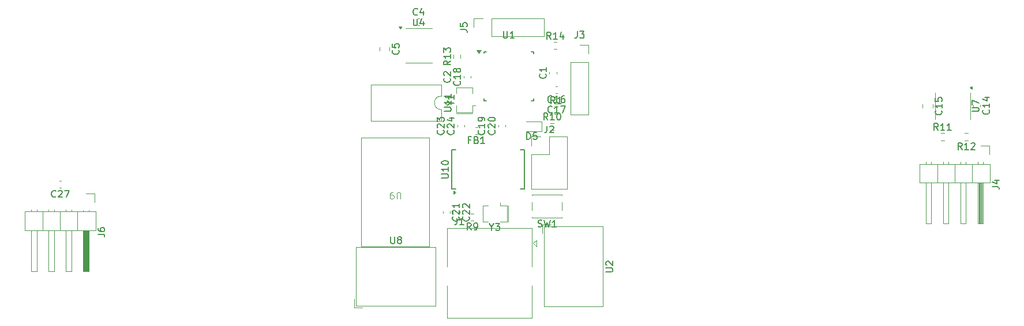
<source format=gto>
G04 #@! TF.GenerationSoftware,KiCad,Pcbnew,9.0.2*
G04 #@! TF.CreationDate,2025-11-17T19:55:37+09:00*
G04 #@! TF.ProjectId,PitoBoard2026,5069746f-426f-4617-9264-323032362e6b,rev?*
G04 #@! TF.SameCoordinates,Original*
G04 #@! TF.FileFunction,Legend,Top*
G04 #@! TF.FilePolarity,Positive*
%FSLAX46Y46*%
G04 Gerber Fmt 4.6, Leading zero omitted, Abs format (unit mm)*
G04 Created by KiCad (PCBNEW 9.0.2) date 2025-11-17 19:55:37*
%MOMM*%
%LPD*%
G01*
G04 APERTURE LIST*
%ADD10C,0.150000*%
%ADD11C,0.100000*%
%ADD12C,0.120000*%
G04 APERTURE END LIST*
D10*
X136439580Y-43566666D02*
X136487200Y-43614285D01*
X136487200Y-43614285D02*
X136534819Y-43757142D01*
X136534819Y-43757142D02*
X136534819Y-43852380D01*
X136534819Y-43852380D02*
X136487200Y-43995237D01*
X136487200Y-43995237D02*
X136391961Y-44090475D01*
X136391961Y-44090475D02*
X136296723Y-44138094D01*
X136296723Y-44138094D02*
X136106247Y-44185713D01*
X136106247Y-44185713D02*
X135963390Y-44185713D01*
X135963390Y-44185713D02*
X135772914Y-44138094D01*
X135772914Y-44138094D02*
X135677676Y-44090475D01*
X135677676Y-44090475D02*
X135582438Y-43995237D01*
X135582438Y-43995237D02*
X135534819Y-43852380D01*
X135534819Y-43852380D02*
X135534819Y-43757142D01*
X135534819Y-43757142D02*
X135582438Y-43614285D01*
X135582438Y-43614285D02*
X135630057Y-43566666D01*
X135534819Y-42661904D02*
X135534819Y-43138094D01*
X135534819Y-43138094D02*
X136011009Y-43185713D01*
X136011009Y-43185713D02*
X135963390Y-43138094D01*
X135963390Y-43138094D02*
X135915771Y-43042856D01*
X135915771Y-43042856D02*
X135915771Y-42804761D01*
X135915771Y-42804761D02*
X135963390Y-42709523D01*
X135963390Y-42709523D02*
X136011009Y-42661904D01*
X136011009Y-42661904D02*
X136106247Y-42614285D01*
X136106247Y-42614285D02*
X136344342Y-42614285D01*
X136344342Y-42614285D02*
X136439580Y-42661904D01*
X136439580Y-42661904D02*
X136487200Y-42709523D01*
X136487200Y-42709523D02*
X136534819Y-42804761D01*
X136534819Y-42804761D02*
X136534819Y-43042856D01*
X136534819Y-43042856D02*
X136487200Y-43138094D01*
X136487200Y-43138094D02*
X136439580Y-43185713D01*
X150123809Y-69578628D02*
X150123809Y-70054819D01*
X149790476Y-69054819D02*
X150123809Y-69578628D01*
X150123809Y-69578628D02*
X150457142Y-69054819D01*
X150695238Y-69054819D02*
X151314285Y-69054819D01*
X151314285Y-69054819D02*
X150980952Y-69435771D01*
X150980952Y-69435771D02*
X151123809Y-69435771D01*
X151123809Y-69435771D02*
X151219047Y-69483390D01*
X151219047Y-69483390D02*
X151266666Y-69531009D01*
X151266666Y-69531009D02*
X151314285Y-69626247D01*
X151314285Y-69626247D02*
X151314285Y-69864342D01*
X151314285Y-69864342D02*
X151266666Y-69959580D01*
X151266666Y-69959580D02*
X151219047Y-70007200D01*
X151219047Y-70007200D02*
X151123809Y-70054819D01*
X151123809Y-70054819D02*
X150838095Y-70054819D01*
X150838095Y-70054819D02*
X150742857Y-70007200D01*
X150742857Y-70007200D02*
X150695238Y-69959580D01*
X166907319Y-76154904D02*
X167716842Y-76154904D01*
X167716842Y-76154904D02*
X167812080Y-76107285D01*
X167812080Y-76107285D02*
X167859700Y-76059666D01*
X167859700Y-76059666D02*
X167907319Y-75964428D01*
X167907319Y-75964428D02*
X167907319Y-75773952D01*
X167907319Y-75773952D02*
X167859700Y-75678714D01*
X167859700Y-75678714D02*
X167812080Y-75631095D01*
X167812080Y-75631095D02*
X167716842Y-75583476D01*
X167716842Y-75583476D02*
X166907319Y-75583476D01*
X167002557Y-75154904D02*
X166954938Y-75107285D01*
X166954938Y-75107285D02*
X166907319Y-75012047D01*
X166907319Y-75012047D02*
X166907319Y-74773952D01*
X166907319Y-74773952D02*
X166954938Y-74678714D01*
X166954938Y-74678714D02*
X167002557Y-74631095D01*
X167002557Y-74631095D02*
X167097795Y-74583476D01*
X167097795Y-74583476D02*
X167193033Y-74583476D01*
X167193033Y-74583476D02*
X167335890Y-74631095D01*
X167335890Y-74631095D02*
X167907319Y-75202523D01*
X167907319Y-75202523D02*
X167907319Y-74583476D01*
X143979580Y-47666666D02*
X144027200Y-47714285D01*
X144027200Y-47714285D02*
X144074819Y-47857142D01*
X144074819Y-47857142D02*
X144074819Y-47952380D01*
X144074819Y-47952380D02*
X144027200Y-48095237D01*
X144027200Y-48095237D02*
X143931961Y-48190475D01*
X143931961Y-48190475D02*
X143836723Y-48238094D01*
X143836723Y-48238094D02*
X143646247Y-48285713D01*
X143646247Y-48285713D02*
X143503390Y-48285713D01*
X143503390Y-48285713D02*
X143312914Y-48238094D01*
X143312914Y-48238094D02*
X143217676Y-48190475D01*
X143217676Y-48190475D02*
X143122438Y-48095237D01*
X143122438Y-48095237D02*
X143074819Y-47952380D01*
X143074819Y-47952380D02*
X143074819Y-47857142D01*
X143074819Y-47857142D02*
X143122438Y-47714285D01*
X143122438Y-47714285D02*
X143170057Y-47666666D01*
X143170057Y-47285713D02*
X143122438Y-47238094D01*
X143122438Y-47238094D02*
X143074819Y-47142856D01*
X143074819Y-47142856D02*
X143074819Y-46904761D01*
X143074819Y-46904761D02*
X143122438Y-46809523D01*
X143122438Y-46809523D02*
X143170057Y-46761904D01*
X143170057Y-46761904D02*
X143265295Y-46714285D01*
X143265295Y-46714285D02*
X143360533Y-46714285D01*
X143360533Y-46714285D02*
X143503390Y-46761904D01*
X143503390Y-46761904D02*
X144074819Y-47333332D01*
X144074819Y-47333332D02*
X144074819Y-46714285D01*
X220654819Y-52561904D02*
X221464342Y-52561904D01*
X221464342Y-52561904D02*
X221559580Y-52514285D01*
X221559580Y-52514285D02*
X221607200Y-52466666D01*
X221607200Y-52466666D02*
X221654819Y-52371428D01*
X221654819Y-52371428D02*
X221654819Y-52180952D01*
X221654819Y-52180952D02*
X221607200Y-52085714D01*
X221607200Y-52085714D02*
X221559580Y-52038095D01*
X221559580Y-52038095D02*
X221464342Y-51990476D01*
X221464342Y-51990476D02*
X220654819Y-51990476D01*
X220654819Y-51609523D02*
X220654819Y-50942857D01*
X220654819Y-50942857D02*
X221654819Y-51371428D01*
X158982142Y-52689580D02*
X158934523Y-52737200D01*
X158934523Y-52737200D02*
X158791666Y-52784819D01*
X158791666Y-52784819D02*
X158696428Y-52784819D01*
X158696428Y-52784819D02*
X158553571Y-52737200D01*
X158553571Y-52737200D02*
X158458333Y-52641961D01*
X158458333Y-52641961D02*
X158410714Y-52546723D01*
X158410714Y-52546723D02*
X158363095Y-52356247D01*
X158363095Y-52356247D02*
X158363095Y-52213390D01*
X158363095Y-52213390D02*
X158410714Y-52022914D01*
X158410714Y-52022914D02*
X158458333Y-51927676D01*
X158458333Y-51927676D02*
X158553571Y-51832438D01*
X158553571Y-51832438D02*
X158696428Y-51784819D01*
X158696428Y-51784819D02*
X158791666Y-51784819D01*
X158791666Y-51784819D02*
X158934523Y-51832438D01*
X158934523Y-51832438D02*
X158982142Y-51880057D01*
X159934523Y-52784819D02*
X159363095Y-52784819D01*
X159648809Y-52784819D02*
X159648809Y-51784819D01*
X159648809Y-51784819D02*
X159553571Y-51927676D01*
X159553571Y-51927676D02*
X159458333Y-52022914D01*
X159458333Y-52022914D02*
X159363095Y-52070533D01*
X160267857Y-51784819D02*
X160934523Y-51784819D01*
X160934523Y-51784819D02*
X160505952Y-52784819D01*
X223624819Y-63618333D02*
X224339104Y-63618333D01*
X224339104Y-63618333D02*
X224481961Y-63665952D01*
X224481961Y-63665952D02*
X224577200Y-63761190D01*
X224577200Y-63761190D02*
X224624819Y-63904047D01*
X224624819Y-63904047D02*
X224624819Y-63999285D01*
X223958152Y-62713571D02*
X224624819Y-62713571D01*
X223577200Y-62951666D02*
X224291485Y-63189761D01*
X224291485Y-63189761D02*
X224291485Y-62570714D01*
D11*
X136761904Y-65442580D02*
X136761904Y-64633057D01*
X136761904Y-64633057D02*
X136714285Y-64537819D01*
X136714285Y-64537819D02*
X136666666Y-64490200D01*
X136666666Y-64490200D02*
X136571428Y-64442580D01*
X136571428Y-64442580D02*
X136380952Y-64442580D01*
X136380952Y-64442580D02*
X136285714Y-64490200D01*
X136285714Y-64490200D02*
X136238095Y-64537819D01*
X136238095Y-64537819D02*
X136190476Y-64633057D01*
X136190476Y-64633057D02*
X136190476Y-65442580D01*
X135666666Y-64442580D02*
X135476190Y-64442580D01*
X135476190Y-64442580D02*
X135380952Y-64490200D01*
X135380952Y-64490200D02*
X135333333Y-64537819D01*
X135333333Y-64537819D02*
X135238095Y-64680676D01*
X135238095Y-64680676D02*
X135190476Y-64871152D01*
X135190476Y-64871152D02*
X135190476Y-65252104D01*
X135190476Y-65252104D02*
X135238095Y-65347342D01*
X135238095Y-65347342D02*
X135285714Y-65394961D01*
X135285714Y-65394961D02*
X135380952Y-65442580D01*
X135380952Y-65442580D02*
X135571428Y-65442580D01*
X135571428Y-65442580D02*
X135666666Y-65394961D01*
X135666666Y-65394961D02*
X135714285Y-65347342D01*
X135714285Y-65347342D02*
X135761904Y-65252104D01*
X135761904Y-65252104D02*
X135761904Y-65014009D01*
X135761904Y-65014009D02*
X135714285Y-64918771D01*
X135714285Y-64918771D02*
X135666666Y-64871152D01*
X135666666Y-64871152D02*
X135571428Y-64823533D01*
X135571428Y-64823533D02*
X135380952Y-64823533D01*
X135380952Y-64823533D02*
X135285714Y-64871152D01*
X135285714Y-64871152D02*
X135238095Y-64918771D01*
X135238095Y-64918771D02*
X135190476Y-65014009D01*
D10*
X145031666Y-68239819D02*
X145031666Y-68954104D01*
X145031666Y-68954104D02*
X144984047Y-69096961D01*
X144984047Y-69096961D02*
X144888809Y-69192200D01*
X144888809Y-69192200D02*
X144745952Y-69239819D01*
X144745952Y-69239819D02*
X144650714Y-69239819D01*
X146031666Y-69239819D02*
X145460238Y-69239819D01*
X145745952Y-69239819D02*
X145745952Y-68239819D01*
X145745952Y-68239819D02*
X145650714Y-68382676D01*
X145650714Y-68382676D02*
X145555476Y-68477914D01*
X145555476Y-68477914D02*
X145460238Y-68525533D01*
X159433333Y-51424819D02*
X159100000Y-50948628D01*
X158861905Y-51424819D02*
X158861905Y-50424819D01*
X158861905Y-50424819D02*
X159242857Y-50424819D01*
X159242857Y-50424819D02*
X159338095Y-50472438D01*
X159338095Y-50472438D02*
X159385714Y-50520057D01*
X159385714Y-50520057D02*
X159433333Y-50615295D01*
X159433333Y-50615295D02*
X159433333Y-50758152D01*
X159433333Y-50758152D02*
X159385714Y-50853390D01*
X159385714Y-50853390D02*
X159338095Y-50901009D01*
X159338095Y-50901009D02*
X159242857Y-50948628D01*
X159242857Y-50948628D02*
X158861905Y-50948628D01*
X160385714Y-51424819D02*
X159814286Y-51424819D01*
X160100000Y-51424819D02*
X160100000Y-50424819D01*
X160100000Y-50424819D02*
X160004762Y-50567676D01*
X160004762Y-50567676D02*
X159909524Y-50662914D01*
X159909524Y-50662914D02*
X159814286Y-50710533D01*
X150529580Y-55342857D02*
X150577200Y-55390476D01*
X150577200Y-55390476D02*
X150624819Y-55533333D01*
X150624819Y-55533333D02*
X150624819Y-55628571D01*
X150624819Y-55628571D02*
X150577200Y-55771428D01*
X150577200Y-55771428D02*
X150481961Y-55866666D01*
X150481961Y-55866666D02*
X150386723Y-55914285D01*
X150386723Y-55914285D02*
X150196247Y-55961904D01*
X150196247Y-55961904D02*
X150053390Y-55961904D01*
X150053390Y-55961904D02*
X149862914Y-55914285D01*
X149862914Y-55914285D02*
X149767676Y-55866666D01*
X149767676Y-55866666D02*
X149672438Y-55771428D01*
X149672438Y-55771428D02*
X149624819Y-55628571D01*
X149624819Y-55628571D02*
X149624819Y-55533333D01*
X149624819Y-55533333D02*
X149672438Y-55390476D01*
X149672438Y-55390476D02*
X149720057Y-55342857D01*
X149720057Y-54961904D02*
X149672438Y-54914285D01*
X149672438Y-54914285D02*
X149624819Y-54819047D01*
X149624819Y-54819047D02*
X149624819Y-54580952D01*
X149624819Y-54580952D02*
X149672438Y-54485714D01*
X149672438Y-54485714D02*
X149720057Y-54438095D01*
X149720057Y-54438095D02*
X149815295Y-54390476D01*
X149815295Y-54390476D02*
X149910533Y-54390476D01*
X149910533Y-54390476D02*
X150053390Y-54438095D01*
X150053390Y-54438095D02*
X150624819Y-55009523D01*
X150624819Y-55009523D02*
X150624819Y-54390476D01*
X149624819Y-53771428D02*
X149624819Y-53676190D01*
X149624819Y-53676190D02*
X149672438Y-53580952D01*
X149672438Y-53580952D02*
X149720057Y-53533333D01*
X149720057Y-53533333D02*
X149815295Y-53485714D01*
X149815295Y-53485714D02*
X150005771Y-53438095D01*
X150005771Y-53438095D02*
X150243866Y-53438095D01*
X150243866Y-53438095D02*
X150434342Y-53485714D01*
X150434342Y-53485714D02*
X150529580Y-53533333D01*
X150529580Y-53533333D02*
X150577200Y-53580952D01*
X150577200Y-53580952D02*
X150624819Y-53676190D01*
X150624819Y-53676190D02*
X150624819Y-53771428D01*
X150624819Y-53771428D02*
X150577200Y-53866666D01*
X150577200Y-53866666D02*
X150529580Y-53914285D01*
X150529580Y-53914285D02*
X150434342Y-53961904D01*
X150434342Y-53961904D02*
X150243866Y-54009523D01*
X150243866Y-54009523D02*
X150005771Y-54009523D01*
X150005771Y-54009523D02*
X149815295Y-53961904D01*
X149815295Y-53961904D02*
X149720057Y-53914285D01*
X149720057Y-53914285D02*
X149672438Y-53866666D01*
X149672438Y-53866666D02*
X149624819Y-53771428D01*
X149029580Y-55342857D02*
X149077200Y-55390476D01*
X149077200Y-55390476D02*
X149124819Y-55533333D01*
X149124819Y-55533333D02*
X149124819Y-55628571D01*
X149124819Y-55628571D02*
X149077200Y-55771428D01*
X149077200Y-55771428D02*
X148981961Y-55866666D01*
X148981961Y-55866666D02*
X148886723Y-55914285D01*
X148886723Y-55914285D02*
X148696247Y-55961904D01*
X148696247Y-55961904D02*
X148553390Y-55961904D01*
X148553390Y-55961904D02*
X148362914Y-55914285D01*
X148362914Y-55914285D02*
X148267676Y-55866666D01*
X148267676Y-55866666D02*
X148172438Y-55771428D01*
X148172438Y-55771428D02*
X148124819Y-55628571D01*
X148124819Y-55628571D02*
X148124819Y-55533333D01*
X148124819Y-55533333D02*
X148172438Y-55390476D01*
X148172438Y-55390476D02*
X148220057Y-55342857D01*
X149124819Y-54390476D02*
X149124819Y-54961904D01*
X149124819Y-54676190D02*
X148124819Y-54676190D01*
X148124819Y-54676190D02*
X148267676Y-54771428D01*
X148267676Y-54771428D02*
X148362914Y-54866666D01*
X148362914Y-54866666D02*
X148410533Y-54961904D01*
X149124819Y-53914285D02*
X149124819Y-53723809D01*
X149124819Y-53723809D02*
X149077200Y-53628571D01*
X149077200Y-53628571D02*
X149029580Y-53580952D01*
X149029580Y-53580952D02*
X148886723Y-53485714D01*
X148886723Y-53485714D02*
X148696247Y-53438095D01*
X148696247Y-53438095D02*
X148315295Y-53438095D01*
X148315295Y-53438095D02*
X148220057Y-53485714D01*
X148220057Y-53485714D02*
X148172438Y-53533333D01*
X148172438Y-53533333D02*
X148124819Y-53628571D01*
X148124819Y-53628571D02*
X148124819Y-53819047D01*
X148124819Y-53819047D02*
X148172438Y-53914285D01*
X148172438Y-53914285D02*
X148220057Y-53961904D01*
X148220057Y-53961904D02*
X148315295Y-54009523D01*
X148315295Y-54009523D02*
X148553390Y-54009523D01*
X148553390Y-54009523D02*
X148648628Y-53961904D01*
X148648628Y-53961904D02*
X148696247Y-53914285D01*
X148696247Y-53914285D02*
X148743866Y-53819047D01*
X148743866Y-53819047D02*
X148743866Y-53628571D01*
X148743866Y-53628571D02*
X148696247Y-53533333D01*
X148696247Y-53533333D02*
X148648628Y-53485714D01*
X148648628Y-53485714D02*
X148553390Y-53438095D01*
X155261905Y-56684819D02*
X155261905Y-55684819D01*
X155261905Y-55684819D02*
X155500000Y-55684819D01*
X155500000Y-55684819D02*
X155642857Y-55732438D01*
X155642857Y-55732438D02*
X155738095Y-55827676D01*
X155738095Y-55827676D02*
X155785714Y-55922914D01*
X155785714Y-55922914D02*
X155833333Y-56113390D01*
X155833333Y-56113390D02*
X155833333Y-56256247D01*
X155833333Y-56256247D02*
X155785714Y-56446723D01*
X155785714Y-56446723D02*
X155738095Y-56541961D01*
X155738095Y-56541961D02*
X155642857Y-56637200D01*
X155642857Y-56637200D02*
X155500000Y-56684819D01*
X155500000Y-56684819D02*
X155261905Y-56684819D01*
X156738095Y-55684819D02*
X156261905Y-55684819D01*
X156261905Y-55684819D02*
X156214286Y-56161009D01*
X156214286Y-56161009D02*
X156261905Y-56113390D01*
X156261905Y-56113390D02*
X156357143Y-56065771D01*
X156357143Y-56065771D02*
X156595238Y-56065771D01*
X156595238Y-56065771D02*
X156690476Y-56113390D01*
X156690476Y-56113390D02*
X156738095Y-56161009D01*
X156738095Y-56161009D02*
X156785714Y-56256247D01*
X156785714Y-56256247D02*
X156785714Y-56494342D01*
X156785714Y-56494342D02*
X156738095Y-56589580D01*
X156738095Y-56589580D02*
X156690476Y-56637200D01*
X156690476Y-56637200D02*
X156595238Y-56684819D01*
X156595238Y-56684819D02*
X156357143Y-56684819D01*
X156357143Y-56684819D02*
X156261905Y-56637200D01*
X156261905Y-56637200D02*
X156214286Y-56589580D01*
X142779819Y-62338094D02*
X143589342Y-62338094D01*
X143589342Y-62338094D02*
X143684580Y-62290475D01*
X143684580Y-62290475D02*
X143732200Y-62242856D01*
X143732200Y-62242856D02*
X143779819Y-62147618D01*
X143779819Y-62147618D02*
X143779819Y-61957142D01*
X143779819Y-61957142D02*
X143732200Y-61861904D01*
X143732200Y-61861904D02*
X143684580Y-61814285D01*
X143684580Y-61814285D02*
X143589342Y-61766666D01*
X143589342Y-61766666D02*
X142779819Y-61766666D01*
X143779819Y-60766666D02*
X143779819Y-61338094D01*
X143779819Y-61052380D02*
X142779819Y-61052380D01*
X142779819Y-61052380D02*
X142922676Y-61147618D01*
X142922676Y-61147618D02*
X143017914Y-61242856D01*
X143017914Y-61242856D02*
X143065533Y-61338094D01*
X142779819Y-60147618D02*
X142779819Y-60052380D01*
X142779819Y-60052380D02*
X142827438Y-59957142D01*
X142827438Y-59957142D02*
X142875057Y-59909523D01*
X142875057Y-59909523D02*
X142970295Y-59861904D01*
X142970295Y-59861904D02*
X143160771Y-59814285D01*
X143160771Y-59814285D02*
X143398866Y-59814285D01*
X143398866Y-59814285D02*
X143589342Y-59861904D01*
X143589342Y-59861904D02*
X143684580Y-59909523D01*
X143684580Y-59909523D02*
X143732200Y-59957142D01*
X143732200Y-59957142D02*
X143779819Y-60052380D01*
X143779819Y-60052380D02*
X143779819Y-60147618D01*
X143779819Y-60147618D02*
X143732200Y-60242856D01*
X143732200Y-60242856D02*
X143684580Y-60290475D01*
X143684580Y-60290475D02*
X143589342Y-60338094D01*
X143589342Y-60338094D02*
X143398866Y-60385713D01*
X143398866Y-60385713D02*
X143160771Y-60385713D01*
X143160771Y-60385713D02*
X142970295Y-60338094D01*
X142970295Y-60338094D02*
X142875057Y-60290475D01*
X142875057Y-60290475D02*
X142827438Y-60242856D01*
X142827438Y-60242856D02*
X142779819Y-60147618D01*
X147108333Y-69984819D02*
X146775000Y-69508628D01*
X146536905Y-69984819D02*
X146536905Y-68984819D01*
X146536905Y-68984819D02*
X146917857Y-68984819D01*
X146917857Y-68984819D02*
X147013095Y-69032438D01*
X147013095Y-69032438D02*
X147060714Y-69080057D01*
X147060714Y-69080057D02*
X147108333Y-69175295D01*
X147108333Y-69175295D02*
X147108333Y-69318152D01*
X147108333Y-69318152D02*
X147060714Y-69413390D01*
X147060714Y-69413390D02*
X147013095Y-69461009D01*
X147013095Y-69461009D02*
X146917857Y-69508628D01*
X146917857Y-69508628D02*
X146536905Y-69508628D01*
X147584524Y-69984819D02*
X147775000Y-69984819D01*
X147775000Y-69984819D02*
X147870238Y-69937200D01*
X147870238Y-69937200D02*
X147917857Y-69889580D01*
X147917857Y-69889580D02*
X148013095Y-69746723D01*
X148013095Y-69746723D02*
X148060714Y-69556247D01*
X148060714Y-69556247D02*
X148060714Y-69175295D01*
X148060714Y-69175295D02*
X148013095Y-69080057D01*
X148013095Y-69080057D02*
X147965476Y-69032438D01*
X147965476Y-69032438D02*
X147870238Y-68984819D01*
X147870238Y-68984819D02*
X147679762Y-68984819D01*
X147679762Y-68984819D02*
X147584524Y-69032438D01*
X147584524Y-69032438D02*
X147536905Y-69080057D01*
X147536905Y-69080057D02*
X147489286Y-69175295D01*
X147489286Y-69175295D02*
X147489286Y-69413390D01*
X147489286Y-69413390D02*
X147536905Y-69508628D01*
X147536905Y-69508628D02*
X147584524Y-69556247D01*
X147584524Y-69556247D02*
X147679762Y-69603866D01*
X147679762Y-69603866D02*
X147870238Y-69603866D01*
X147870238Y-69603866D02*
X147965476Y-69556247D01*
X147965476Y-69556247D02*
X148013095Y-69508628D01*
X148013095Y-69508628D02*
X148060714Y-69413390D01*
X223089580Y-52342857D02*
X223137200Y-52390476D01*
X223137200Y-52390476D02*
X223184819Y-52533333D01*
X223184819Y-52533333D02*
X223184819Y-52628571D01*
X223184819Y-52628571D02*
X223137200Y-52771428D01*
X223137200Y-52771428D02*
X223041961Y-52866666D01*
X223041961Y-52866666D02*
X222946723Y-52914285D01*
X222946723Y-52914285D02*
X222756247Y-52961904D01*
X222756247Y-52961904D02*
X222613390Y-52961904D01*
X222613390Y-52961904D02*
X222422914Y-52914285D01*
X222422914Y-52914285D02*
X222327676Y-52866666D01*
X222327676Y-52866666D02*
X222232438Y-52771428D01*
X222232438Y-52771428D02*
X222184819Y-52628571D01*
X222184819Y-52628571D02*
X222184819Y-52533333D01*
X222184819Y-52533333D02*
X222232438Y-52390476D01*
X222232438Y-52390476D02*
X222280057Y-52342857D01*
X223184819Y-51390476D02*
X223184819Y-51961904D01*
X223184819Y-51676190D02*
X222184819Y-51676190D01*
X222184819Y-51676190D02*
X222327676Y-51771428D01*
X222327676Y-51771428D02*
X222422914Y-51866666D01*
X222422914Y-51866666D02*
X222470533Y-51961904D01*
X222518152Y-50533333D02*
X223184819Y-50533333D01*
X222137200Y-50771428D02*
X222851485Y-51009523D01*
X222851485Y-51009523D02*
X222851485Y-50390476D01*
X215657142Y-55324819D02*
X215323809Y-54848628D01*
X215085714Y-55324819D02*
X215085714Y-54324819D01*
X215085714Y-54324819D02*
X215466666Y-54324819D01*
X215466666Y-54324819D02*
X215561904Y-54372438D01*
X215561904Y-54372438D02*
X215609523Y-54420057D01*
X215609523Y-54420057D02*
X215657142Y-54515295D01*
X215657142Y-54515295D02*
X215657142Y-54658152D01*
X215657142Y-54658152D02*
X215609523Y-54753390D01*
X215609523Y-54753390D02*
X215561904Y-54801009D01*
X215561904Y-54801009D02*
X215466666Y-54848628D01*
X215466666Y-54848628D02*
X215085714Y-54848628D01*
X216609523Y-55324819D02*
X216038095Y-55324819D01*
X216323809Y-55324819D02*
X216323809Y-54324819D01*
X216323809Y-54324819D02*
X216228571Y-54467676D01*
X216228571Y-54467676D02*
X216133333Y-54562914D01*
X216133333Y-54562914D02*
X216038095Y-54610533D01*
X217561904Y-55324819D02*
X216990476Y-55324819D01*
X217276190Y-55324819D02*
X217276190Y-54324819D01*
X217276190Y-54324819D02*
X217180952Y-54467676D01*
X217180952Y-54467676D02*
X217085714Y-54562914D01*
X217085714Y-54562914D02*
X216990476Y-54610533D01*
X158054580Y-47066666D02*
X158102200Y-47114285D01*
X158102200Y-47114285D02*
X158149819Y-47257142D01*
X158149819Y-47257142D02*
X158149819Y-47352380D01*
X158149819Y-47352380D02*
X158102200Y-47495237D01*
X158102200Y-47495237D02*
X158006961Y-47590475D01*
X158006961Y-47590475D02*
X157911723Y-47638094D01*
X157911723Y-47638094D02*
X157721247Y-47685713D01*
X157721247Y-47685713D02*
X157578390Y-47685713D01*
X157578390Y-47685713D02*
X157387914Y-47638094D01*
X157387914Y-47638094D02*
X157292676Y-47590475D01*
X157292676Y-47590475D02*
X157197438Y-47495237D01*
X157197438Y-47495237D02*
X157149819Y-47352380D01*
X157149819Y-47352380D02*
X157149819Y-47257142D01*
X157149819Y-47257142D02*
X157197438Y-47114285D01*
X157197438Y-47114285D02*
X157245057Y-47066666D01*
X158149819Y-46114285D02*
X158149819Y-46685713D01*
X158149819Y-46399999D02*
X157149819Y-46399999D01*
X157149819Y-46399999D02*
X157292676Y-46495237D01*
X157292676Y-46495237D02*
X157387914Y-46590475D01*
X157387914Y-46590475D02*
X157435533Y-46685713D01*
X86157142Y-65089580D02*
X86109523Y-65137200D01*
X86109523Y-65137200D02*
X85966666Y-65184819D01*
X85966666Y-65184819D02*
X85871428Y-65184819D01*
X85871428Y-65184819D02*
X85728571Y-65137200D01*
X85728571Y-65137200D02*
X85633333Y-65041961D01*
X85633333Y-65041961D02*
X85585714Y-64946723D01*
X85585714Y-64946723D02*
X85538095Y-64756247D01*
X85538095Y-64756247D02*
X85538095Y-64613390D01*
X85538095Y-64613390D02*
X85585714Y-64422914D01*
X85585714Y-64422914D02*
X85633333Y-64327676D01*
X85633333Y-64327676D02*
X85728571Y-64232438D01*
X85728571Y-64232438D02*
X85871428Y-64184819D01*
X85871428Y-64184819D02*
X85966666Y-64184819D01*
X85966666Y-64184819D02*
X86109523Y-64232438D01*
X86109523Y-64232438D02*
X86157142Y-64280057D01*
X86538095Y-64280057D02*
X86585714Y-64232438D01*
X86585714Y-64232438D02*
X86680952Y-64184819D01*
X86680952Y-64184819D02*
X86919047Y-64184819D01*
X86919047Y-64184819D02*
X87014285Y-64232438D01*
X87014285Y-64232438D02*
X87061904Y-64280057D01*
X87061904Y-64280057D02*
X87109523Y-64375295D01*
X87109523Y-64375295D02*
X87109523Y-64470533D01*
X87109523Y-64470533D02*
X87061904Y-64613390D01*
X87061904Y-64613390D02*
X86490476Y-65184819D01*
X86490476Y-65184819D02*
X87109523Y-65184819D01*
X87442857Y-64184819D02*
X88109523Y-64184819D01*
X88109523Y-64184819D02*
X87680952Y-65184819D01*
X145264580Y-68042857D02*
X145312200Y-68090476D01*
X145312200Y-68090476D02*
X145359819Y-68233333D01*
X145359819Y-68233333D02*
X145359819Y-68328571D01*
X145359819Y-68328571D02*
X145312200Y-68471428D01*
X145312200Y-68471428D02*
X145216961Y-68566666D01*
X145216961Y-68566666D02*
X145121723Y-68614285D01*
X145121723Y-68614285D02*
X144931247Y-68661904D01*
X144931247Y-68661904D02*
X144788390Y-68661904D01*
X144788390Y-68661904D02*
X144597914Y-68614285D01*
X144597914Y-68614285D02*
X144502676Y-68566666D01*
X144502676Y-68566666D02*
X144407438Y-68471428D01*
X144407438Y-68471428D02*
X144359819Y-68328571D01*
X144359819Y-68328571D02*
X144359819Y-68233333D01*
X144359819Y-68233333D02*
X144407438Y-68090476D01*
X144407438Y-68090476D02*
X144455057Y-68042857D01*
X144455057Y-67661904D02*
X144407438Y-67614285D01*
X144407438Y-67614285D02*
X144359819Y-67519047D01*
X144359819Y-67519047D02*
X144359819Y-67280952D01*
X144359819Y-67280952D02*
X144407438Y-67185714D01*
X144407438Y-67185714D02*
X144455057Y-67138095D01*
X144455057Y-67138095D02*
X144550295Y-67090476D01*
X144550295Y-67090476D02*
X144645533Y-67090476D01*
X144645533Y-67090476D02*
X144788390Y-67138095D01*
X144788390Y-67138095D02*
X145359819Y-67709523D01*
X145359819Y-67709523D02*
X145359819Y-67090476D01*
X145359819Y-66138095D02*
X145359819Y-66709523D01*
X145359819Y-66423809D02*
X144359819Y-66423809D01*
X144359819Y-66423809D02*
X144502676Y-66519047D01*
X144502676Y-66519047D02*
X144597914Y-66614285D01*
X144597914Y-66614285D02*
X144645533Y-66709523D01*
X139233333Y-38329580D02*
X139185714Y-38377200D01*
X139185714Y-38377200D02*
X139042857Y-38424819D01*
X139042857Y-38424819D02*
X138947619Y-38424819D01*
X138947619Y-38424819D02*
X138804762Y-38377200D01*
X138804762Y-38377200D02*
X138709524Y-38281961D01*
X138709524Y-38281961D02*
X138661905Y-38186723D01*
X138661905Y-38186723D02*
X138614286Y-37996247D01*
X138614286Y-37996247D02*
X138614286Y-37853390D01*
X138614286Y-37853390D02*
X138661905Y-37662914D01*
X138661905Y-37662914D02*
X138709524Y-37567676D01*
X138709524Y-37567676D02*
X138804762Y-37472438D01*
X138804762Y-37472438D02*
X138947619Y-37424819D01*
X138947619Y-37424819D02*
X139042857Y-37424819D01*
X139042857Y-37424819D02*
X139185714Y-37472438D01*
X139185714Y-37472438D02*
X139233333Y-37520057D01*
X140090476Y-37758152D02*
X140090476Y-38424819D01*
X139852381Y-37377200D02*
X139614286Y-38091485D01*
X139614286Y-38091485D02*
X140233333Y-38091485D01*
X151863095Y-40804819D02*
X151863095Y-41614342D01*
X151863095Y-41614342D02*
X151910714Y-41709580D01*
X151910714Y-41709580D02*
X151958333Y-41757200D01*
X151958333Y-41757200D02*
X152053571Y-41804819D01*
X152053571Y-41804819D02*
X152244047Y-41804819D01*
X152244047Y-41804819D02*
X152339285Y-41757200D01*
X152339285Y-41757200D02*
X152386904Y-41709580D01*
X152386904Y-41709580D02*
X152434523Y-41614342D01*
X152434523Y-41614342D02*
X152434523Y-40804819D01*
X153434523Y-41804819D02*
X152863095Y-41804819D01*
X153148809Y-41804819D02*
X153148809Y-40804819D01*
X153148809Y-40804819D02*
X153053571Y-40947676D01*
X153053571Y-40947676D02*
X152958333Y-41042914D01*
X152958333Y-41042914D02*
X152863095Y-41090533D01*
X145514819Y-40533333D02*
X146229104Y-40533333D01*
X146229104Y-40533333D02*
X146371961Y-40580952D01*
X146371961Y-40580952D02*
X146467200Y-40676190D01*
X146467200Y-40676190D02*
X146514819Y-40819047D01*
X146514819Y-40819047D02*
X146514819Y-40914285D01*
X145514819Y-39580952D02*
X145514819Y-40057142D01*
X145514819Y-40057142D02*
X145991009Y-40104761D01*
X145991009Y-40104761D02*
X145943390Y-40057142D01*
X145943390Y-40057142D02*
X145895771Y-39961904D01*
X145895771Y-39961904D02*
X145895771Y-39723809D01*
X145895771Y-39723809D02*
X145943390Y-39628571D01*
X145943390Y-39628571D02*
X145991009Y-39580952D01*
X145991009Y-39580952D02*
X146086247Y-39533333D01*
X146086247Y-39533333D02*
X146324342Y-39533333D01*
X146324342Y-39533333D02*
X146419580Y-39580952D01*
X146419580Y-39580952D02*
X146467200Y-39628571D01*
X146467200Y-39628571D02*
X146514819Y-39723809D01*
X146514819Y-39723809D02*
X146514819Y-39961904D01*
X146514819Y-39961904D02*
X146467200Y-40057142D01*
X146467200Y-40057142D02*
X146419580Y-40104761D01*
X156941667Y-69507200D02*
X157084524Y-69554819D01*
X157084524Y-69554819D02*
X157322619Y-69554819D01*
X157322619Y-69554819D02*
X157417857Y-69507200D01*
X157417857Y-69507200D02*
X157465476Y-69459580D01*
X157465476Y-69459580D02*
X157513095Y-69364342D01*
X157513095Y-69364342D02*
X157513095Y-69269104D01*
X157513095Y-69269104D02*
X157465476Y-69173866D01*
X157465476Y-69173866D02*
X157417857Y-69126247D01*
X157417857Y-69126247D02*
X157322619Y-69078628D01*
X157322619Y-69078628D02*
X157132143Y-69031009D01*
X157132143Y-69031009D02*
X157036905Y-68983390D01*
X157036905Y-68983390D02*
X156989286Y-68935771D01*
X156989286Y-68935771D02*
X156941667Y-68840533D01*
X156941667Y-68840533D02*
X156941667Y-68745295D01*
X156941667Y-68745295D02*
X156989286Y-68650057D01*
X156989286Y-68650057D02*
X157036905Y-68602438D01*
X157036905Y-68602438D02*
X157132143Y-68554819D01*
X157132143Y-68554819D02*
X157370238Y-68554819D01*
X157370238Y-68554819D02*
X157513095Y-68602438D01*
X157846429Y-68554819D02*
X158084524Y-69554819D01*
X158084524Y-69554819D02*
X158275000Y-68840533D01*
X158275000Y-68840533D02*
X158465476Y-69554819D01*
X158465476Y-69554819D02*
X158703572Y-68554819D01*
X159608333Y-69554819D02*
X159036905Y-69554819D01*
X159322619Y-69554819D02*
X159322619Y-68554819D01*
X159322619Y-68554819D02*
X159227381Y-68697676D01*
X159227381Y-68697676D02*
X159132143Y-68792914D01*
X159132143Y-68792914D02*
X159036905Y-68840533D01*
X216139580Y-52442857D02*
X216187200Y-52490476D01*
X216187200Y-52490476D02*
X216234819Y-52633333D01*
X216234819Y-52633333D02*
X216234819Y-52728571D01*
X216234819Y-52728571D02*
X216187200Y-52871428D01*
X216187200Y-52871428D02*
X216091961Y-52966666D01*
X216091961Y-52966666D02*
X215996723Y-53014285D01*
X215996723Y-53014285D02*
X215806247Y-53061904D01*
X215806247Y-53061904D02*
X215663390Y-53061904D01*
X215663390Y-53061904D02*
X215472914Y-53014285D01*
X215472914Y-53014285D02*
X215377676Y-52966666D01*
X215377676Y-52966666D02*
X215282438Y-52871428D01*
X215282438Y-52871428D02*
X215234819Y-52728571D01*
X215234819Y-52728571D02*
X215234819Y-52633333D01*
X215234819Y-52633333D02*
X215282438Y-52490476D01*
X215282438Y-52490476D02*
X215330057Y-52442857D01*
X216234819Y-51490476D02*
X216234819Y-52061904D01*
X216234819Y-51776190D02*
X215234819Y-51776190D01*
X215234819Y-51776190D02*
X215377676Y-51871428D01*
X215377676Y-51871428D02*
X215472914Y-51966666D01*
X215472914Y-51966666D02*
X215520533Y-52061904D01*
X215234819Y-50585714D02*
X215234819Y-51061904D01*
X215234819Y-51061904D02*
X215711009Y-51109523D01*
X215711009Y-51109523D02*
X215663390Y-51061904D01*
X215663390Y-51061904D02*
X215615771Y-50966666D01*
X215615771Y-50966666D02*
X215615771Y-50728571D01*
X215615771Y-50728571D02*
X215663390Y-50633333D01*
X215663390Y-50633333D02*
X215711009Y-50585714D01*
X215711009Y-50585714D02*
X215806247Y-50538095D01*
X215806247Y-50538095D02*
X216044342Y-50538095D01*
X216044342Y-50538095D02*
X216139580Y-50585714D01*
X216139580Y-50585714D02*
X216187200Y-50633333D01*
X216187200Y-50633333D02*
X216234819Y-50728571D01*
X216234819Y-50728571D02*
X216234819Y-50966666D01*
X216234819Y-50966666D02*
X216187200Y-51061904D01*
X216187200Y-51061904D02*
X216139580Y-51109523D01*
X143029580Y-55342857D02*
X143077200Y-55390476D01*
X143077200Y-55390476D02*
X143124819Y-55533333D01*
X143124819Y-55533333D02*
X143124819Y-55628571D01*
X143124819Y-55628571D02*
X143077200Y-55771428D01*
X143077200Y-55771428D02*
X142981961Y-55866666D01*
X142981961Y-55866666D02*
X142886723Y-55914285D01*
X142886723Y-55914285D02*
X142696247Y-55961904D01*
X142696247Y-55961904D02*
X142553390Y-55961904D01*
X142553390Y-55961904D02*
X142362914Y-55914285D01*
X142362914Y-55914285D02*
X142267676Y-55866666D01*
X142267676Y-55866666D02*
X142172438Y-55771428D01*
X142172438Y-55771428D02*
X142124819Y-55628571D01*
X142124819Y-55628571D02*
X142124819Y-55533333D01*
X142124819Y-55533333D02*
X142172438Y-55390476D01*
X142172438Y-55390476D02*
X142220057Y-55342857D01*
X142220057Y-54961904D02*
X142172438Y-54914285D01*
X142172438Y-54914285D02*
X142124819Y-54819047D01*
X142124819Y-54819047D02*
X142124819Y-54580952D01*
X142124819Y-54580952D02*
X142172438Y-54485714D01*
X142172438Y-54485714D02*
X142220057Y-54438095D01*
X142220057Y-54438095D02*
X142315295Y-54390476D01*
X142315295Y-54390476D02*
X142410533Y-54390476D01*
X142410533Y-54390476D02*
X142553390Y-54438095D01*
X142553390Y-54438095D02*
X143124819Y-55009523D01*
X143124819Y-55009523D02*
X143124819Y-54390476D01*
X142124819Y-54057142D02*
X142124819Y-53438095D01*
X142124819Y-53438095D02*
X142505771Y-53771428D01*
X142505771Y-53771428D02*
X142505771Y-53628571D01*
X142505771Y-53628571D02*
X142553390Y-53533333D01*
X142553390Y-53533333D02*
X142601009Y-53485714D01*
X142601009Y-53485714D02*
X142696247Y-53438095D01*
X142696247Y-53438095D02*
X142934342Y-53438095D01*
X142934342Y-53438095D02*
X143029580Y-53485714D01*
X143029580Y-53485714D02*
X143077200Y-53533333D01*
X143077200Y-53533333D02*
X143124819Y-53628571D01*
X143124819Y-53628571D02*
X143124819Y-53914285D01*
X143124819Y-53914285D02*
X143077200Y-54009523D01*
X143077200Y-54009523D02*
X143029580Y-54057142D01*
X144529580Y-55342857D02*
X144577200Y-55390476D01*
X144577200Y-55390476D02*
X144624819Y-55533333D01*
X144624819Y-55533333D02*
X144624819Y-55628571D01*
X144624819Y-55628571D02*
X144577200Y-55771428D01*
X144577200Y-55771428D02*
X144481961Y-55866666D01*
X144481961Y-55866666D02*
X144386723Y-55914285D01*
X144386723Y-55914285D02*
X144196247Y-55961904D01*
X144196247Y-55961904D02*
X144053390Y-55961904D01*
X144053390Y-55961904D02*
X143862914Y-55914285D01*
X143862914Y-55914285D02*
X143767676Y-55866666D01*
X143767676Y-55866666D02*
X143672438Y-55771428D01*
X143672438Y-55771428D02*
X143624819Y-55628571D01*
X143624819Y-55628571D02*
X143624819Y-55533333D01*
X143624819Y-55533333D02*
X143672438Y-55390476D01*
X143672438Y-55390476D02*
X143720057Y-55342857D01*
X143720057Y-54961904D02*
X143672438Y-54914285D01*
X143672438Y-54914285D02*
X143624819Y-54819047D01*
X143624819Y-54819047D02*
X143624819Y-54580952D01*
X143624819Y-54580952D02*
X143672438Y-54485714D01*
X143672438Y-54485714D02*
X143720057Y-54438095D01*
X143720057Y-54438095D02*
X143815295Y-54390476D01*
X143815295Y-54390476D02*
X143910533Y-54390476D01*
X143910533Y-54390476D02*
X144053390Y-54438095D01*
X144053390Y-54438095D02*
X144624819Y-55009523D01*
X144624819Y-55009523D02*
X144624819Y-54390476D01*
X143958152Y-53533333D02*
X144624819Y-53533333D01*
X143577200Y-53771428D02*
X144291485Y-54009523D01*
X144291485Y-54009523D02*
X144291485Y-53390476D01*
X158982142Y-51189580D02*
X158934523Y-51237200D01*
X158934523Y-51237200D02*
X158791666Y-51284819D01*
X158791666Y-51284819D02*
X158696428Y-51284819D01*
X158696428Y-51284819D02*
X158553571Y-51237200D01*
X158553571Y-51237200D02*
X158458333Y-51141961D01*
X158458333Y-51141961D02*
X158410714Y-51046723D01*
X158410714Y-51046723D02*
X158363095Y-50856247D01*
X158363095Y-50856247D02*
X158363095Y-50713390D01*
X158363095Y-50713390D02*
X158410714Y-50522914D01*
X158410714Y-50522914D02*
X158458333Y-50427676D01*
X158458333Y-50427676D02*
X158553571Y-50332438D01*
X158553571Y-50332438D02*
X158696428Y-50284819D01*
X158696428Y-50284819D02*
X158791666Y-50284819D01*
X158791666Y-50284819D02*
X158934523Y-50332438D01*
X158934523Y-50332438D02*
X158982142Y-50380057D01*
X159934523Y-51284819D02*
X159363095Y-51284819D01*
X159648809Y-51284819D02*
X159648809Y-50284819D01*
X159648809Y-50284819D02*
X159553571Y-50427676D01*
X159553571Y-50427676D02*
X159458333Y-50522914D01*
X159458333Y-50522914D02*
X159363095Y-50570533D01*
X160791666Y-50284819D02*
X160601190Y-50284819D01*
X160601190Y-50284819D02*
X160505952Y-50332438D01*
X160505952Y-50332438D02*
X160458333Y-50380057D01*
X160458333Y-50380057D02*
X160363095Y-50522914D01*
X160363095Y-50522914D02*
X160315476Y-50713390D01*
X160315476Y-50713390D02*
X160315476Y-51094342D01*
X160315476Y-51094342D02*
X160363095Y-51189580D01*
X160363095Y-51189580D02*
X160410714Y-51237200D01*
X160410714Y-51237200D02*
X160505952Y-51284819D01*
X160505952Y-51284819D02*
X160696428Y-51284819D01*
X160696428Y-51284819D02*
X160791666Y-51237200D01*
X160791666Y-51237200D02*
X160839285Y-51189580D01*
X160839285Y-51189580D02*
X160886904Y-51094342D01*
X160886904Y-51094342D02*
X160886904Y-50856247D01*
X160886904Y-50856247D02*
X160839285Y-50761009D01*
X160839285Y-50761009D02*
X160791666Y-50713390D01*
X160791666Y-50713390D02*
X160696428Y-50665771D01*
X160696428Y-50665771D02*
X160505952Y-50665771D01*
X160505952Y-50665771D02*
X160410714Y-50713390D01*
X160410714Y-50713390D02*
X160363095Y-50761009D01*
X160363095Y-50761009D02*
X160315476Y-50856247D01*
X146764580Y-68042857D02*
X146812200Y-68090476D01*
X146812200Y-68090476D02*
X146859819Y-68233333D01*
X146859819Y-68233333D02*
X146859819Y-68328571D01*
X146859819Y-68328571D02*
X146812200Y-68471428D01*
X146812200Y-68471428D02*
X146716961Y-68566666D01*
X146716961Y-68566666D02*
X146621723Y-68614285D01*
X146621723Y-68614285D02*
X146431247Y-68661904D01*
X146431247Y-68661904D02*
X146288390Y-68661904D01*
X146288390Y-68661904D02*
X146097914Y-68614285D01*
X146097914Y-68614285D02*
X146002676Y-68566666D01*
X146002676Y-68566666D02*
X145907438Y-68471428D01*
X145907438Y-68471428D02*
X145859819Y-68328571D01*
X145859819Y-68328571D02*
X145859819Y-68233333D01*
X145859819Y-68233333D02*
X145907438Y-68090476D01*
X145907438Y-68090476D02*
X145955057Y-68042857D01*
X145955057Y-67661904D02*
X145907438Y-67614285D01*
X145907438Y-67614285D02*
X145859819Y-67519047D01*
X145859819Y-67519047D02*
X145859819Y-67280952D01*
X145859819Y-67280952D02*
X145907438Y-67185714D01*
X145907438Y-67185714D02*
X145955057Y-67138095D01*
X145955057Y-67138095D02*
X146050295Y-67090476D01*
X146050295Y-67090476D02*
X146145533Y-67090476D01*
X146145533Y-67090476D02*
X146288390Y-67138095D01*
X146288390Y-67138095D02*
X146859819Y-67709523D01*
X146859819Y-67709523D02*
X146859819Y-67090476D01*
X145955057Y-66709523D02*
X145907438Y-66661904D01*
X145907438Y-66661904D02*
X145859819Y-66566666D01*
X145859819Y-66566666D02*
X145859819Y-66328571D01*
X145859819Y-66328571D02*
X145907438Y-66233333D01*
X145907438Y-66233333D02*
X145955057Y-66185714D01*
X145955057Y-66185714D02*
X146050295Y-66138095D01*
X146050295Y-66138095D02*
X146145533Y-66138095D01*
X146145533Y-66138095D02*
X146288390Y-66185714D01*
X146288390Y-66185714D02*
X146859819Y-66757142D01*
X146859819Y-66757142D02*
X146859819Y-66138095D01*
X135331095Y-71002319D02*
X135331095Y-71811842D01*
X135331095Y-71811842D02*
X135378714Y-71907080D01*
X135378714Y-71907080D02*
X135426333Y-71954700D01*
X135426333Y-71954700D02*
X135521571Y-72002319D01*
X135521571Y-72002319D02*
X135712047Y-72002319D01*
X135712047Y-72002319D02*
X135807285Y-71954700D01*
X135807285Y-71954700D02*
X135854904Y-71907080D01*
X135854904Y-71907080D02*
X135902523Y-71811842D01*
X135902523Y-71811842D02*
X135902523Y-71002319D01*
X136521571Y-71430890D02*
X136426333Y-71383271D01*
X136426333Y-71383271D02*
X136378714Y-71335652D01*
X136378714Y-71335652D02*
X136331095Y-71240414D01*
X136331095Y-71240414D02*
X136331095Y-71192795D01*
X136331095Y-71192795D02*
X136378714Y-71097557D01*
X136378714Y-71097557D02*
X136426333Y-71049938D01*
X136426333Y-71049938D02*
X136521571Y-71002319D01*
X136521571Y-71002319D02*
X136712047Y-71002319D01*
X136712047Y-71002319D02*
X136807285Y-71049938D01*
X136807285Y-71049938D02*
X136854904Y-71097557D01*
X136854904Y-71097557D02*
X136902523Y-71192795D01*
X136902523Y-71192795D02*
X136902523Y-71240414D01*
X136902523Y-71240414D02*
X136854904Y-71335652D01*
X136854904Y-71335652D02*
X136807285Y-71383271D01*
X136807285Y-71383271D02*
X136712047Y-71430890D01*
X136712047Y-71430890D02*
X136521571Y-71430890D01*
X136521571Y-71430890D02*
X136426333Y-71478509D01*
X136426333Y-71478509D02*
X136378714Y-71526128D01*
X136378714Y-71526128D02*
X136331095Y-71621366D01*
X136331095Y-71621366D02*
X136331095Y-71811842D01*
X136331095Y-71811842D02*
X136378714Y-71907080D01*
X136378714Y-71907080D02*
X136426333Y-71954700D01*
X136426333Y-71954700D02*
X136521571Y-72002319D01*
X136521571Y-72002319D02*
X136712047Y-72002319D01*
X136712047Y-72002319D02*
X136807285Y-71954700D01*
X136807285Y-71954700D02*
X136854904Y-71907080D01*
X136854904Y-71907080D02*
X136902523Y-71811842D01*
X136902523Y-71811842D02*
X136902523Y-71621366D01*
X136902523Y-71621366D02*
X136854904Y-71526128D01*
X136854904Y-71526128D02*
X136807285Y-71478509D01*
X136807285Y-71478509D02*
X136712047Y-71430890D01*
X92334819Y-70633333D02*
X93049104Y-70633333D01*
X93049104Y-70633333D02*
X93191961Y-70680952D01*
X93191961Y-70680952D02*
X93287200Y-70776190D01*
X93287200Y-70776190D02*
X93334819Y-70919047D01*
X93334819Y-70919047D02*
X93334819Y-71014285D01*
X92334819Y-69728571D02*
X92334819Y-69919047D01*
X92334819Y-69919047D02*
X92382438Y-70014285D01*
X92382438Y-70014285D02*
X92430057Y-70061904D01*
X92430057Y-70061904D02*
X92572914Y-70157142D01*
X92572914Y-70157142D02*
X92763390Y-70204761D01*
X92763390Y-70204761D02*
X93144342Y-70204761D01*
X93144342Y-70204761D02*
X93239580Y-70157142D01*
X93239580Y-70157142D02*
X93287200Y-70109523D01*
X93287200Y-70109523D02*
X93334819Y-70014285D01*
X93334819Y-70014285D02*
X93334819Y-69823809D01*
X93334819Y-69823809D02*
X93287200Y-69728571D01*
X93287200Y-69728571D02*
X93239580Y-69680952D01*
X93239580Y-69680952D02*
X93144342Y-69633333D01*
X93144342Y-69633333D02*
X92906247Y-69633333D01*
X92906247Y-69633333D02*
X92811009Y-69680952D01*
X92811009Y-69680952D02*
X92763390Y-69728571D01*
X92763390Y-69728571D02*
X92715771Y-69823809D01*
X92715771Y-69823809D02*
X92715771Y-70014285D01*
X92715771Y-70014285D02*
X92763390Y-70109523D01*
X92763390Y-70109523D02*
X92811009Y-70157142D01*
X92811009Y-70157142D02*
X92906247Y-70204761D01*
X138638095Y-38954819D02*
X138638095Y-39764342D01*
X138638095Y-39764342D02*
X138685714Y-39859580D01*
X138685714Y-39859580D02*
X138733333Y-39907200D01*
X138733333Y-39907200D02*
X138828571Y-39954819D01*
X138828571Y-39954819D02*
X139019047Y-39954819D01*
X139019047Y-39954819D02*
X139114285Y-39907200D01*
X139114285Y-39907200D02*
X139161904Y-39859580D01*
X139161904Y-39859580D02*
X139209523Y-39764342D01*
X139209523Y-39764342D02*
X139209523Y-38954819D01*
X140114285Y-39288152D02*
X140114285Y-39954819D01*
X139876190Y-38907200D02*
X139638095Y-39621485D01*
X139638095Y-39621485D02*
X140257142Y-39621485D01*
X143184819Y-52548094D02*
X143994342Y-52548094D01*
X143994342Y-52548094D02*
X144089580Y-52500475D01*
X144089580Y-52500475D02*
X144137200Y-52452856D01*
X144137200Y-52452856D02*
X144184819Y-52357618D01*
X144184819Y-52357618D02*
X144184819Y-52167142D01*
X144184819Y-52167142D02*
X144137200Y-52071904D01*
X144137200Y-52071904D02*
X144089580Y-52024285D01*
X144089580Y-52024285D02*
X143994342Y-51976666D01*
X143994342Y-51976666D02*
X143184819Y-51976666D01*
X144184819Y-50976666D02*
X144184819Y-51548094D01*
X144184819Y-51262380D02*
X143184819Y-51262380D01*
X143184819Y-51262380D02*
X143327676Y-51357618D01*
X143327676Y-51357618D02*
X143422914Y-51452856D01*
X143422914Y-51452856D02*
X143470533Y-51548094D01*
X144184819Y-50024285D02*
X144184819Y-50595713D01*
X144184819Y-50309999D02*
X143184819Y-50309999D01*
X143184819Y-50309999D02*
X143327676Y-50405237D01*
X143327676Y-50405237D02*
X143422914Y-50500475D01*
X143422914Y-50500475D02*
X143470533Y-50595713D01*
X158236666Y-54699819D02*
X158236666Y-55414104D01*
X158236666Y-55414104D02*
X158189047Y-55556961D01*
X158189047Y-55556961D02*
X158093809Y-55652200D01*
X158093809Y-55652200D02*
X157950952Y-55699819D01*
X157950952Y-55699819D02*
X157855714Y-55699819D01*
X158665238Y-54795057D02*
X158712857Y-54747438D01*
X158712857Y-54747438D02*
X158808095Y-54699819D01*
X158808095Y-54699819D02*
X159046190Y-54699819D01*
X159046190Y-54699819D02*
X159141428Y-54747438D01*
X159141428Y-54747438D02*
X159189047Y-54795057D01*
X159189047Y-54795057D02*
X159236666Y-54890295D01*
X159236666Y-54890295D02*
X159236666Y-54985533D01*
X159236666Y-54985533D02*
X159189047Y-55128390D01*
X159189047Y-55128390D02*
X158617619Y-55699819D01*
X158617619Y-55699819D02*
X159236666Y-55699819D01*
X144103628Y-51376190D02*
X144579819Y-51376190D01*
X143579819Y-51709523D02*
X144103628Y-51376190D01*
X144103628Y-51376190D02*
X143579819Y-51042857D01*
X144579819Y-50185714D02*
X144579819Y-50757142D01*
X144579819Y-50471428D02*
X143579819Y-50471428D01*
X143579819Y-50471428D02*
X143722676Y-50566666D01*
X143722676Y-50566666D02*
X143817914Y-50661904D01*
X143817914Y-50661904D02*
X143865533Y-50757142D01*
X158357142Y-53824819D02*
X158023809Y-53348628D01*
X157785714Y-53824819D02*
X157785714Y-52824819D01*
X157785714Y-52824819D02*
X158166666Y-52824819D01*
X158166666Y-52824819D02*
X158261904Y-52872438D01*
X158261904Y-52872438D02*
X158309523Y-52920057D01*
X158309523Y-52920057D02*
X158357142Y-53015295D01*
X158357142Y-53015295D02*
X158357142Y-53158152D01*
X158357142Y-53158152D02*
X158309523Y-53253390D01*
X158309523Y-53253390D02*
X158261904Y-53301009D01*
X158261904Y-53301009D02*
X158166666Y-53348628D01*
X158166666Y-53348628D02*
X157785714Y-53348628D01*
X159309523Y-53824819D02*
X158738095Y-53824819D01*
X159023809Y-53824819D02*
X159023809Y-52824819D01*
X159023809Y-52824819D02*
X158928571Y-52967676D01*
X158928571Y-52967676D02*
X158833333Y-53062914D01*
X158833333Y-53062914D02*
X158738095Y-53110533D01*
X159928571Y-52824819D02*
X160023809Y-52824819D01*
X160023809Y-52824819D02*
X160119047Y-52872438D01*
X160119047Y-52872438D02*
X160166666Y-52920057D01*
X160166666Y-52920057D02*
X160214285Y-53015295D01*
X160214285Y-53015295D02*
X160261904Y-53205771D01*
X160261904Y-53205771D02*
X160261904Y-53443866D01*
X160261904Y-53443866D02*
X160214285Y-53634342D01*
X160214285Y-53634342D02*
X160166666Y-53729580D01*
X160166666Y-53729580D02*
X160119047Y-53777200D01*
X160119047Y-53777200D02*
X160023809Y-53824819D01*
X160023809Y-53824819D02*
X159928571Y-53824819D01*
X159928571Y-53824819D02*
X159833333Y-53777200D01*
X159833333Y-53777200D02*
X159785714Y-53729580D01*
X159785714Y-53729580D02*
X159738095Y-53634342D01*
X159738095Y-53634342D02*
X159690476Y-53443866D01*
X159690476Y-53443866D02*
X159690476Y-53205771D01*
X159690476Y-53205771D02*
X159738095Y-53015295D01*
X159738095Y-53015295D02*
X159785714Y-52920057D01*
X159785714Y-52920057D02*
X159833333Y-52872438D01*
X159833333Y-52872438D02*
X159928571Y-52824819D01*
X158807142Y-41924819D02*
X158473809Y-41448628D01*
X158235714Y-41924819D02*
X158235714Y-40924819D01*
X158235714Y-40924819D02*
X158616666Y-40924819D01*
X158616666Y-40924819D02*
X158711904Y-40972438D01*
X158711904Y-40972438D02*
X158759523Y-41020057D01*
X158759523Y-41020057D02*
X158807142Y-41115295D01*
X158807142Y-41115295D02*
X158807142Y-41258152D01*
X158807142Y-41258152D02*
X158759523Y-41353390D01*
X158759523Y-41353390D02*
X158711904Y-41401009D01*
X158711904Y-41401009D02*
X158616666Y-41448628D01*
X158616666Y-41448628D02*
X158235714Y-41448628D01*
X159759523Y-41924819D02*
X159188095Y-41924819D01*
X159473809Y-41924819D02*
X159473809Y-40924819D01*
X159473809Y-40924819D02*
X159378571Y-41067676D01*
X159378571Y-41067676D02*
X159283333Y-41162914D01*
X159283333Y-41162914D02*
X159188095Y-41210533D01*
X160616666Y-41258152D02*
X160616666Y-41924819D01*
X160378571Y-40877200D02*
X160140476Y-41591485D01*
X160140476Y-41591485D02*
X160759523Y-41591485D01*
X144074819Y-45142857D02*
X143598628Y-45476190D01*
X144074819Y-45714285D02*
X143074819Y-45714285D01*
X143074819Y-45714285D02*
X143074819Y-45333333D01*
X143074819Y-45333333D02*
X143122438Y-45238095D01*
X143122438Y-45238095D02*
X143170057Y-45190476D01*
X143170057Y-45190476D02*
X143265295Y-45142857D01*
X143265295Y-45142857D02*
X143408152Y-45142857D01*
X143408152Y-45142857D02*
X143503390Y-45190476D01*
X143503390Y-45190476D02*
X143551009Y-45238095D01*
X143551009Y-45238095D02*
X143598628Y-45333333D01*
X143598628Y-45333333D02*
X143598628Y-45714285D01*
X144074819Y-44190476D02*
X144074819Y-44761904D01*
X144074819Y-44476190D02*
X143074819Y-44476190D01*
X143074819Y-44476190D02*
X143217676Y-44571428D01*
X143217676Y-44571428D02*
X143312914Y-44666666D01*
X143312914Y-44666666D02*
X143360533Y-44761904D01*
X143074819Y-43857142D02*
X143074819Y-43238095D01*
X143074819Y-43238095D02*
X143455771Y-43571428D01*
X143455771Y-43571428D02*
X143455771Y-43428571D01*
X143455771Y-43428571D02*
X143503390Y-43333333D01*
X143503390Y-43333333D02*
X143551009Y-43285714D01*
X143551009Y-43285714D02*
X143646247Y-43238095D01*
X143646247Y-43238095D02*
X143884342Y-43238095D01*
X143884342Y-43238095D02*
X143979580Y-43285714D01*
X143979580Y-43285714D02*
X144027200Y-43333333D01*
X144027200Y-43333333D02*
X144074819Y-43428571D01*
X144074819Y-43428571D02*
X144074819Y-43714285D01*
X144074819Y-43714285D02*
X144027200Y-43809523D01*
X144027200Y-43809523D02*
X143979580Y-43857142D01*
X147041666Y-56761009D02*
X146708333Y-56761009D01*
X146708333Y-57284819D02*
X146708333Y-56284819D01*
X146708333Y-56284819D02*
X147184523Y-56284819D01*
X147898809Y-56761009D02*
X148041666Y-56808628D01*
X148041666Y-56808628D02*
X148089285Y-56856247D01*
X148089285Y-56856247D02*
X148136904Y-56951485D01*
X148136904Y-56951485D02*
X148136904Y-57094342D01*
X148136904Y-57094342D02*
X148089285Y-57189580D01*
X148089285Y-57189580D02*
X148041666Y-57237200D01*
X148041666Y-57237200D02*
X147946428Y-57284819D01*
X147946428Y-57284819D02*
X147565476Y-57284819D01*
X147565476Y-57284819D02*
X147565476Y-56284819D01*
X147565476Y-56284819D02*
X147898809Y-56284819D01*
X147898809Y-56284819D02*
X147994047Y-56332438D01*
X147994047Y-56332438D02*
X148041666Y-56380057D01*
X148041666Y-56380057D02*
X148089285Y-56475295D01*
X148089285Y-56475295D02*
X148089285Y-56570533D01*
X148089285Y-56570533D02*
X148041666Y-56665771D01*
X148041666Y-56665771D02*
X147994047Y-56713390D01*
X147994047Y-56713390D02*
X147898809Y-56761009D01*
X147898809Y-56761009D02*
X147565476Y-56761009D01*
X149089285Y-57284819D02*
X148517857Y-57284819D01*
X148803571Y-57284819D02*
X148803571Y-56284819D01*
X148803571Y-56284819D02*
X148708333Y-56427676D01*
X148708333Y-56427676D02*
X148613095Y-56522914D01*
X148613095Y-56522914D02*
X148517857Y-56570533D01*
X219157142Y-58184819D02*
X218823809Y-57708628D01*
X218585714Y-58184819D02*
X218585714Y-57184819D01*
X218585714Y-57184819D02*
X218966666Y-57184819D01*
X218966666Y-57184819D02*
X219061904Y-57232438D01*
X219061904Y-57232438D02*
X219109523Y-57280057D01*
X219109523Y-57280057D02*
X219157142Y-57375295D01*
X219157142Y-57375295D02*
X219157142Y-57518152D01*
X219157142Y-57518152D02*
X219109523Y-57613390D01*
X219109523Y-57613390D02*
X219061904Y-57661009D01*
X219061904Y-57661009D02*
X218966666Y-57708628D01*
X218966666Y-57708628D02*
X218585714Y-57708628D01*
X220109523Y-58184819D02*
X219538095Y-58184819D01*
X219823809Y-58184819D02*
X219823809Y-57184819D01*
X219823809Y-57184819D02*
X219728571Y-57327676D01*
X219728571Y-57327676D02*
X219633333Y-57422914D01*
X219633333Y-57422914D02*
X219538095Y-57470533D01*
X220490476Y-57280057D02*
X220538095Y-57232438D01*
X220538095Y-57232438D02*
X220633333Y-57184819D01*
X220633333Y-57184819D02*
X220871428Y-57184819D01*
X220871428Y-57184819D02*
X220966666Y-57232438D01*
X220966666Y-57232438D02*
X221014285Y-57280057D01*
X221014285Y-57280057D02*
X221061904Y-57375295D01*
X221061904Y-57375295D02*
X221061904Y-57470533D01*
X221061904Y-57470533D02*
X221014285Y-57613390D01*
X221014285Y-57613390D02*
X220442857Y-58184819D01*
X220442857Y-58184819D02*
X221061904Y-58184819D01*
X145454580Y-48142857D02*
X145502200Y-48190476D01*
X145502200Y-48190476D02*
X145549819Y-48333333D01*
X145549819Y-48333333D02*
X145549819Y-48428571D01*
X145549819Y-48428571D02*
X145502200Y-48571428D01*
X145502200Y-48571428D02*
X145406961Y-48666666D01*
X145406961Y-48666666D02*
X145311723Y-48714285D01*
X145311723Y-48714285D02*
X145121247Y-48761904D01*
X145121247Y-48761904D02*
X144978390Y-48761904D01*
X144978390Y-48761904D02*
X144787914Y-48714285D01*
X144787914Y-48714285D02*
X144692676Y-48666666D01*
X144692676Y-48666666D02*
X144597438Y-48571428D01*
X144597438Y-48571428D02*
X144549819Y-48428571D01*
X144549819Y-48428571D02*
X144549819Y-48333333D01*
X144549819Y-48333333D02*
X144597438Y-48190476D01*
X144597438Y-48190476D02*
X144645057Y-48142857D01*
X145549819Y-47190476D02*
X145549819Y-47761904D01*
X145549819Y-47476190D02*
X144549819Y-47476190D01*
X144549819Y-47476190D02*
X144692676Y-47571428D01*
X144692676Y-47571428D02*
X144787914Y-47666666D01*
X144787914Y-47666666D02*
X144835533Y-47761904D01*
X144978390Y-46619047D02*
X144930771Y-46714285D01*
X144930771Y-46714285D02*
X144883152Y-46761904D01*
X144883152Y-46761904D02*
X144787914Y-46809523D01*
X144787914Y-46809523D02*
X144740295Y-46809523D01*
X144740295Y-46809523D02*
X144645057Y-46761904D01*
X144645057Y-46761904D02*
X144597438Y-46714285D01*
X144597438Y-46714285D02*
X144549819Y-46619047D01*
X144549819Y-46619047D02*
X144549819Y-46428571D01*
X144549819Y-46428571D02*
X144597438Y-46333333D01*
X144597438Y-46333333D02*
X144645057Y-46285714D01*
X144645057Y-46285714D02*
X144740295Y-46238095D01*
X144740295Y-46238095D02*
X144787914Y-46238095D01*
X144787914Y-46238095D02*
X144883152Y-46285714D01*
X144883152Y-46285714D02*
X144930771Y-46333333D01*
X144930771Y-46333333D02*
X144978390Y-46428571D01*
X144978390Y-46428571D02*
X144978390Y-46619047D01*
X144978390Y-46619047D02*
X145026009Y-46714285D01*
X145026009Y-46714285D02*
X145073628Y-46761904D01*
X145073628Y-46761904D02*
X145168866Y-46809523D01*
X145168866Y-46809523D02*
X145359342Y-46809523D01*
X145359342Y-46809523D02*
X145454580Y-46761904D01*
X145454580Y-46761904D02*
X145502200Y-46714285D01*
X145502200Y-46714285D02*
X145549819Y-46619047D01*
X145549819Y-46619047D02*
X145549819Y-46428571D01*
X145549819Y-46428571D02*
X145502200Y-46333333D01*
X145502200Y-46333333D02*
X145454580Y-46285714D01*
X145454580Y-46285714D02*
X145359342Y-46238095D01*
X145359342Y-46238095D02*
X145168866Y-46238095D01*
X145168866Y-46238095D02*
X145073628Y-46285714D01*
X145073628Y-46285714D02*
X145026009Y-46333333D01*
X145026009Y-46333333D02*
X144978390Y-46428571D01*
X162691666Y-40784819D02*
X162691666Y-41499104D01*
X162691666Y-41499104D02*
X162644047Y-41641961D01*
X162644047Y-41641961D02*
X162548809Y-41737200D01*
X162548809Y-41737200D02*
X162405952Y-41784819D01*
X162405952Y-41784819D02*
X162310714Y-41784819D01*
X163072619Y-40784819D02*
X163691666Y-40784819D01*
X163691666Y-40784819D02*
X163358333Y-41165771D01*
X163358333Y-41165771D02*
X163501190Y-41165771D01*
X163501190Y-41165771D02*
X163596428Y-41213390D01*
X163596428Y-41213390D02*
X163644047Y-41261009D01*
X163644047Y-41261009D02*
X163691666Y-41356247D01*
X163691666Y-41356247D02*
X163691666Y-41594342D01*
X163691666Y-41594342D02*
X163644047Y-41689580D01*
X163644047Y-41689580D02*
X163596428Y-41737200D01*
X163596428Y-41737200D02*
X163501190Y-41784819D01*
X163501190Y-41784819D02*
X163215476Y-41784819D01*
X163215476Y-41784819D02*
X163120238Y-41737200D01*
X163120238Y-41737200D02*
X163072619Y-41689580D01*
D12*
X133665000Y-43138748D02*
X133665000Y-43661252D01*
X135135000Y-43138748D02*
X135135000Y-43661252D01*
X148800000Y-66400000D02*
X149600000Y-66400000D01*
X148800000Y-66800000D02*
X148800000Y-66400000D01*
X148800000Y-68800000D02*
X148800000Y-66800000D01*
X149600000Y-68800000D02*
X148800000Y-68800000D01*
X151400000Y-66400000D02*
X151400000Y-66000000D01*
X151400000Y-66400000D02*
X152400000Y-66400000D01*
X152400000Y-66800000D02*
X152400000Y-66400000D01*
X152400000Y-66800000D02*
X152400000Y-68800000D01*
X152400000Y-68800000D02*
X151400000Y-68800000D01*
X152600000Y-66800000D02*
X152600000Y-66400000D01*
X152600000Y-68800000D02*
X152600000Y-66800000D01*
X157592500Y-69242000D02*
X157592500Y-70482000D01*
X157832500Y-69482000D02*
X157832500Y-81203000D01*
X158832500Y-69242000D02*
X157592500Y-69242000D01*
X166452500Y-69482000D02*
X157832500Y-69482000D01*
X166452500Y-69482000D02*
X166452500Y-81203000D01*
X166452500Y-81203000D02*
X157832500Y-81203000D01*
X144540000Y-47640580D02*
X144540000Y-47359420D01*
X145560000Y-47640580D02*
X145560000Y-47359420D01*
X215240000Y-51800000D02*
X215240000Y-49850000D01*
X215240000Y-51800000D02*
X215240000Y-53750000D01*
X220360000Y-51800000D02*
X220360000Y-49850000D01*
X220360000Y-51800000D02*
X220360000Y-53750000D01*
X220595000Y-49340000D02*
X220265000Y-49100000D01*
X220595000Y-48860000D01*
X220595000Y-49340000D01*
G36*
X220595000Y-49340000D02*
G01*
X220265000Y-49100000D01*
X220595000Y-48860000D01*
X220595000Y-49340000D01*
G37*
X159765580Y-50390000D02*
X159484420Y-50390000D01*
X159765580Y-51410000D02*
X159484420Y-51410000D01*
X212950000Y-60340000D02*
X212950000Y-63000000D01*
X212950000Y-63000000D02*
X223230000Y-63000000D01*
X213900000Y-59942929D02*
X213900000Y-60340000D01*
X213900000Y-69000000D02*
X213900000Y-63000000D01*
X214660000Y-59942929D02*
X214660000Y-60340000D01*
X214660000Y-63000000D02*
X214660000Y-69000000D01*
X214660000Y-69000000D02*
X213900000Y-69000000D01*
X215550000Y-60340000D02*
X215550000Y-63000000D01*
X216440000Y-59942929D02*
X216440000Y-60340000D01*
X216440000Y-69000000D02*
X216440000Y-63000000D01*
X217200000Y-59942929D02*
X217200000Y-60340000D01*
X217200000Y-63000000D02*
X217200000Y-69000000D01*
X217200000Y-69000000D02*
X216440000Y-69000000D01*
X218090000Y-60340000D02*
X218090000Y-63000000D01*
X218980000Y-59942929D02*
X218980000Y-60340000D01*
X218980000Y-69000000D02*
X218980000Y-63000000D01*
X219740000Y-59942929D02*
X219740000Y-60340000D01*
X219740000Y-63000000D02*
X219740000Y-69000000D01*
X219740000Y-69000000D02*
X218980000Y-69000000D01*
X220630000Y-60340000D02*
X220630000Y-63000000D01*
X221520000Y-60010000D02*
X221520000Y-60340000D01*
X221520000Y-69000000D02*
X221520000Y-63000000D01*
X221620000Y-63000000D02*
X221620000Y-69000000D01*
X221740000Y-63000000D02*
X221740000Y-69000000D01*
X221860000Y-63000000D02*
X221860000Y-69000000D01*
X221900000Y-57630000D02*
X223170000Y-57630000D01*
X221980000Y-63000000D02*
X221980000Y-69000000D01*
X222100000Y-63000000D02*
X222100000Y-69000000D01*
X222220000Y-63000000D02*
X222220000Y-69000000D01*
X222280000Y-60010000D02*
X222280000Y-60340000D01*
X222280000Y-63000000D02*
X222280000Y-69000000D01*
X222280000Y-69000000D02*
X221520000Y-69000000D01*
X223170000Y-57630000D02*
X223170000Y-58900000D01*
X223230000Y-60340000D02*
X212950000Y-60340000D01*
X223230000Y-63000000D02*
X223230000Y-60340000D01*
D11*
X141000000Y-72400000D02*
X131000000Y-72400000D01*
X131000000Y-56400000D01*
X141000000Y-56400000D01*
X141000000Y-72400000D01*
D12*
X143590000Y-69690000D02*
X143590000Y-75430000D01*
X143590000Y-69690000D02*
X156010000Y-69690000D01*
X143590000Y-78180000D02*
X143590000Y-82910000D01*
X143590000Y-82910000D02*
X156010000Y-82910000D01*
X156010000Y-69690000D02*
X156010000Y-75430000D01*
X156010000Y-78180000D02*
X156010000Y-82910000D01*
X156170000Y-71960000D02*
X156670000Y-72460000D01*
X156670000Y-71460000D02*
X156170000Y-71960000D01*
X156670000Y-71460000D02*
X156670000Y-72460000D01*
X159362742Y-51877500D02*
X159837258Y-51877500D01*
X159362742Y-52922500D02*
X159837258Y-52922500D01*
X151090000Y-54840580D02*
X151090000Y-54559420D01*
X152110000Y-54840580D02*
X152110000Y-54559420D01*
X149590000Y-54840580D02*
X149590000Y-54559420D01*
X150610000Y-54840580D02*
X150610000Y-54559420D01*
X155200000Y-55535000D02*
X157485000Y-55535000D01*
X157485000Y-54065000D02*
X155200000Y-54065000D01*
X157485000Y-55535000D02*
X157485000Y-54065000D01*
D10*
X144250000Y-58225000D02*
X144825000Y-58225000D01*
X144250000Y-63975000D02*
X144250000Y-58225000D01*
X144250000Y-63975000D02*
X144825000Y-63975000D01*
X154325000Y-58225000D02*
X154900000Y-58225000D01*
X154325000Y-63975000D02*
X154900000Y-63975000D01*
X154900000Y-63975000D02*
X154900000Y-58225000D01*
D12*
X144825000Y-64475000D02*
X144495000Y-64715000D01*
X144495000Y-64235000D01*
X144825000Y-64475000D01*
G36*
X144825000Y-64475000D02*
G01*
X144495000Y-64715000D01*
X144495000Y-64235000D01*
X144825000Y-64475000D01*
G37*
X147512258Y-67577500D02*
X147037742Y-67577500D01*
X147512258Y-68622500D02*
X147037742Y-68622500D01*
X220790000Y-51559420D02*
X220790000Y-51840580D01*
X221810000Y-51559420D02*
X221810000Y-51840580D01*
X216062742Y-55777500D02*
X216537258Y-55777500D01*
X216062742Y-56822500D02*
X216537258Y-56822500D01*
X158615000Y-47040580D02*
X158615000Y-46759420D01*
X159635000Y-47040580D02*
X159635000Y-46759420D01*
X86940580Y-62790000D02*
X86659420Y-62790000D01*
X86940580Y-63810000D02*
X86659420Y-63810000D01*
X142965000Y-67259420D02*
X142965000Y-67540580D01*
X143985000Y-67259420D02*
X143985000Y-67540580D01*
X139259420Y-38890000D02*
X139540580Y-38890000D01*
X139259420Y-39910000D02*
X139540580Y-39910000D01*
D10*
X149000000Y-43775000D02*
X149000000Y-44000000D01*
X149000000Y-43775000D02*
X149325000Y-43775000D01*
X149000000Y-51025000D02*
X149000000Y-50700000D01*
X149000000Y-51025000D02*
X149325000Y-51025000D01*
X156250000Y-43775000D02*
X155925000Y-43775000D01*
X156250000Y-43775000D02*
X156250000Y-44100000D01*
X156250000Y-51025000D02*
X155925000Y-51025000D01*
X156250000Y-51025000D02*
X156250000Y-50700000D01*
D12*
X148235000Y-44060000D02*
X147895000Y-43590000D01*
X148575000Y-43590000D01*
X148235000Y-44060000D01*
G36*
X148235000Y-44060000D02*
G01*
X147895000Y-43590000D01*
X148575000Y-43590000D01*
X148235000Y-44060000D01*
G37*
X147500000Y-38870000D02*
X148830000Y-38870000D01*
X147500000Y-40200000D02*
X147500000Y-38870000D01*
X150100000Y-38870000D02*
X157780000Y-38870000D01*
X150100000Y-41530000D02*
X150100000Y-38870000D01*
X150100000Y-41530000D02*
X157780000Y-41530000D01*
X157780000Y-41530000D02*
X157780000Y-38870000D01*
X156075000Y-64800000D02*
X156075000Y-64920000D01*
X156075000Y-65930000D02*
X156075000Y-67070000D01*
X156075000Y-68080000D02*
X156075000Y-68200000D01*
X156075000Y-68200000D02*
X160475000Y-68200000D01*
X160475000Y-64800000D02*
X156075000Y-64800000D01*
X160475000Y-64920000D02*
X160475000Y-64800000D01*
X160475000Y-67070000D02*
X160475000Y-65930000D01*
X160475000Y-68200000D02*
X160475000Y-68080000D01*
X213365000Y-51538748D02*
X213365000Y-52061252D01*
X214835000Y-51538748D02*
X214835000Y-52061252D01*
X143590000Y-54840580D02*
X143590000Y-54559420D01*
X144610000Y-54840580D02*
X144610000Y-54559420D01*
X145090000Y-54840580D02*
X145090000Y-54559420D01*
X146110000Y-54840580D02*
X146110000Y-54559420D01*
X159765580Y-48890000D02*
X159484420Y-48890000D01*
X159765580Y-49910000D02*
X159484420Y-49910000D01*
X144465000Y-67259420D02*
X144465000Y-67540580D01*
X145485000Y-67259420D02*
X145485000Y-67540580D01*
X129942000Y-80167500D02*
X129942000Y-81407500D01*
X129942000Y-81407500D02*
X131182000Y-81407500D01*
X130182000Y-72547500D02*
X130182000Y-81167500D01*
X130182000Y-72547500D02*
X141903000Y-72547500D01*
X130182000Y-81167500D02*
X141903000Y-81167500D01*
X141903000Y-72547500D02*
X141903000Y-81167500D01*
X81610000Y-67305000D02*
X81610000Y-70065000D01*
X81610000Y-70065000D02*
X91990000Y-70065000D01*
X82560000Y-66992358D02*
X82560000Y-67305000D01*
X82560000Y-76065000D02*
X82560000Y-70065000D01*
X83420000Y-66992358D02*
X83420000Y-67305000D01*
X83420000Y-70065000D02*
X83420000Y-76065000D01*
X83420000Y-76065000D02*
X82560000Y-76065000D01*
X84260000Y-67305000D02*
X84260000Y-70065000D01*
X85100000Y-66992358D02*
X85100000Y-67305000D01*
X85100000Y-76065000D02*
X85100000Y-70065000D01*
X85960000Y-66992358D02*
X85960000Y-67305000D01*
X85960000Y-70065000D02*
X85960000Y-76065000D01*
X85960000Y-76065000D02*
X85100000Y-76065000D01*
X86800000Y-67305000D02*
X86800000Y-70065000D01*
X87640000Y-66992358D02*
X87640000Y-67305000D01*
X87640000Y-76065000D02*
X87640000Y-70065000D01*
X88500000Y-66992358D02*
X88500000Y-67305000D01*
X88500000Y-70065000D02*
X88500000Y-76065000D01*
X88500000Y-76065000D02*
X87640000Y-76065000D01*
X89340000Y-67305000D02*
X89340000Y-70065000D01*
X90180000Y-67075000D02*
X90180000Y-67305000D01*
X90610000Y-64645000D02*
X91880000Y-64645000D01*
X91040000Y-67075000D02*
X91040000Y-67305000D01*
X91880000Y-64645000D02*
X91880000Y-65915000D01*
X91990000Y-67305000D02*
X81610000Y-67305000D01*
X91990000Y-70065000D02*
X91990000Y-67305000D01*
X91040000Y-70065000D02*
X90180000Y-70065000D01*
X90180000Y-76065000D01*
X91040000Y-76065000D01*
X91040000Y-70065000D01*
G36*
X91040000Y-70065000D02*
G01*
X90180000Y-70065000D01*
X90180000Y-76065000D01*
X91040000Y-76065000D01*
X91040000Y-70065000D01*
G37*
X139400000Y-40340000D02*
X137450000Y-40340000D01*
X139400000Y-40340000D02*
X141350000Y-40340000D01*
X139400000Y-45460000D02*
X137450000Y-45460000D01*
X139400000Y-45460000D02*
X141350000Y-45460000D01*
X136700000Y-40435000D02*
X136460000Y-40105000D01*
X136940000Y-40105000D01*
X136700000Y-40435000D01*
G36*
X136700000Y-40435000D02*
G01*
X136460000Y-40105000D01*
X136940000Y-40105000D01*
X136700000Y-40435000D01*
G37*
X132450000Y-48660000D02*
X132450000Y-53960000D01*
X132450000Y-53960000D02*
X142730000Y-53960000D01*
X142730000Y-48660000D02*
X132450000Y-48660000D01*
X142730000Y-50310000D02*
X142730000Y-48660000D01*
X142730000Y-53960000D02*
X142730000Y-52310000D01*
X142730000Y-52310000D02*
G75*
G02*
X142730000Y-50310000I0J1000000D01*
G01*
X155970000Y-56245000D02*
X157300000Y-56245000D01*
X155970000Y-57575000D02*
X155970000Y-56245000D01*
X155970000Y-58845000D02*
X155970000Y-63985000D01*
X155970000Y-58845000D02*
X158570000Y-58845000D01*
X155970000Y-63985000D02*
X161170000Y-63985000D01*
X158570000Y-56245000D02*
X161170000Y-56245000D01*
X158570000Y-58845000D02*
X158570000Y-56245000D01*
X161170000Y-56245000D02*
X161170000Y-63985000D01*
X144925000Y-49100000D02*
X146925000Y-49100000D01*
X144925000Y-49900000D02*
X144925000Y-49100000D01*
X144925000Y-52700000D02*
X144925000Y-51700000D01*
X144925000Y-52900000D02*
X146925000Y-52900000D01*
X146925000Y-49100000D02*
X147325000Y-49100000D01*
X146925000Y-52700000D02*
X144925000Y-52700000D01*
X146925000Y-52700000D02*
X147325000Y-52700000D01*
X146925000Y-52900000D02*
X147325000Y-52900000D01*
X147325000Y-49100000D02*
X147325000Y-49900000D01*
X147325000Y-51700000D02*
X147325000Y-52700000D01*
X147325000Y-51700000D02*
X147725000Y-51700000D01*
X158762742Y-54277500D02*
X159237258Y-54277500D01*
X158762742Y-55322500D02*
X159237258Y-55322500D01*
X159212742Y-42377500D02*
X159687258Y-42377500D01*
X159212742Y-43422500D02*
X159687258Y-43422500D01*
X144527500Y-44737258D02*
X144527500Y-44262742D01*
X145572500Y-44737258D02*
X145572500Y-44262742D01*
X148037779Y-54890000D02*
X147712221Y-54890000D01*
X148037779Y-55910000D02*
X147712221Y-55910000D01*
X220037258Y-55777500D02*
X219562742Y-55777500D01*
X220037258Y-56822500D02*
X219562742Y-56822500D01*
X146015000Y-47640580D02*
X146015000Y-47359420D01*
X147035000Y-47640580D02*
X147035000Y-47359420D01*
X161695000Y-45370000D02*
X161695000Y-53050000D01*
X161695000Y-45370000D02*
X164355000Y-45370000D01*
X161695000Y-53050000D02*
X164355000Y-53050000D01*
X163025000Y-42770000D02*
X164355000Y-42770000D01*
X164355000Y-42770000D02*
X164355000Y-44100000D01*
X164355000Y-45370000D02*
X164355000Y-53050000D01*
M02*

</source>
